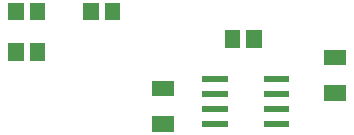
<source format=gtp>
G04 start of page 2 for group 0 layer_idx 9 *
G04 Title: (unknown), top_paste *
G04 Creator: pcb-rnd 2.3.0 *
G04 CreationDate: 2021-05-03 19:20:31 UTC *
G04 For:  *
G04 Format: Gerber/RS-274X *
G04 PCB-Dimensions: 500000 500000 *
G04 PCB-Coordinate-Origin: lower left *
%MOIN*%
%FSLAX25Y25*%
%LNTOP_PASTE_NONE_0*%
%ADD78C,0.0001*%
G54D78*G36*
X236516Y299452D02*X231398D01*
Y293548D01*
X236516D01*
Y299452D01*
G37*
G36*
X254260Y273369D02*Y268251D01*
X261740D01*
Y273369D01*
X254260D01*
G37*
G36*
X271000Y275000D02*X279500D01*
Y273000D01*
X271000D01*
Y275000D01*
G37*
G36*
X254260Y261559D02*Y256441D01*
X261740D01*
Y261559D01*
X254260D01*
G37*
G36*
X271000Y270000D02*X279500D01*
Y268000D01*
X271000D01*
Y270000D01*
G37*
G36*
Y265000D02*X279500D01*
Y263000D01*
X271000D01*
Y265000D01*
G37*
G36*
Y260000D02*X279500D01*
Y258000D01*
X271000D01*
Y260000D01*
G37*
G36*
X283716Y290252D02*X278598D01*
Y284348D01*
X283716D01*
Y290252D01*
G37*
G36*
X290802D02*X285684D01*
Y284348D01*
X290802D01*
Y290252D01*
G37*
G36*
X311460Y283764D02*Y278646D01*
X318940D01*
Y283764D01*
X311460D01*
G37*
G36*
X300000Y273000D02*X291500D01*
Y275000D01*
X300000D01*
Y273000D01*
G37*
G36*
Y268000D02*X291500D01*
Y270000D01*
X300000D01*
Y268000D01*
G37*
G36*
X311460Y271954D02*Y266836D01*
X318940D01*
Y271954D01*
X311460D01*
G37*
G36*
X300000Y263000D02*X291500D01*
Y265000D01*
X300000D01*
Y263000D01*
G37*
G36*
Y258000D02*X291500D01*
Y260000D01*
X300000D01*
Y258000D01*
G37*
G36*
X211516Y299452D02*X206398D01*
Y293548D01*
X211516D01*
Y299452D01*
G37*
G36*
Y285952D02*X206398D01*
Y280048D01*
X211516D01*
Y285952D01*
G37*
G36*
X218602D02*X213484D01*
Y280048D01*
X218602D01*
Y285952D01*
G37*
G36*
Y299452D02*X213484D01*
Y293548D01*
X218602D01*
Y299452D01*
G37*
G36*
X243602D02*X238484D01*
Y293548D01*
X243602D01*
Y299452D01*
G37*
M02*

</source>
